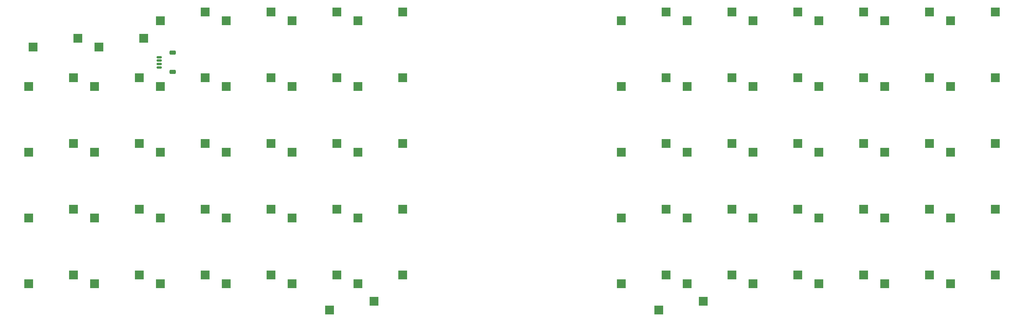
<source format=gbp>
G04 #@! TF.GenerationSoftware,KiCad,Pcbnew,(6.0.0)*
G04 #@! TF.CreationDate,2022-03-13T10:48:27+07:00*
G04 #@! TF.ProjectId,lumberjack,6c756d62-6572-46a6-9163-6b2e6b696361,1.6*
G04 #@! TF.SameCoordinates,Original*
G04 #@! TF.FileFunction,Paste,Bot*
G04 #@! TF.FilePolarity,Positive*
%FSLAX46Y46*%
G04 Gerber Fmt 4.6, Leading zero omitted, Abs format (unit mm)*
G04 Created by KiCad (PCBNEW (6.0.0)) date 2022-03-13 10:48:27*
%MOMM*%
%LPD*%
G01*
G04 APERTURE LIST*
G04 Aperture macros list*
%AMRoundRect*
0 Rectangle with rounded corners*
0 $1 Rounding radius*
0 $2 $3 $4 $5 $6 $7 $8 $9 X,Y pos of 4 corners*
0 Add a 4 corners polygon primitive as box body*
4,1,4,$2,$3,$4,$5,$6,$7,$8,$9,$2,$3,0*
0 Add four circle primitives for the rounded corners*
1,1,$1+$1,$2,$3*
1,1,$1+$1,$4,$5*
1,1,$1+$1,$6,$7*
1,1,$1+$1,$8,$9*
0 Add four rect primitives between the rounded corners*
20,1,$1+$1,$2,$3,$4,$5,0*
20,1,$1+$1,$4,$5,$6,$7,0*
20,1,$1+$1,$6,$7,$8,$9,0*
20,1,$1+$1,$8,$9,$2,$3,0*%
G04 Aperture macros list end*
%ADD10R,2.550000X2.500000*%
%ADD11RoundRect,0.150000X-0.625000X0.150000X-0.625000X-0.150000X0.625000X-0.150000X0.625000X0.150000X0*%
%ADD12RoundRect,0.249999X-0.650001X0.350001X-0.650001X-0.350001X0.650001X-0.350001X0.650001X0.350001X0*%
G04 APERTURE END LIST*
D10*
X207110168Y-143033868D03*
X194183168Y-145573868D03*
X111860088Y-143033868D03*
X98933088Y-145573868D03*
X11965016Y-80803820D03*
X24892016Y-78263820D03*
X11965016Y-99853836D03*
X24892016Y-97313836D03*
X11965016Y-118903852D03*
X24892016Y-116363852D03*
X11965016Y-137953868D03*
X24892016Y-135413868D03*
X31015032Y-137953868D03*
X43942032Y-135413868D03*
X45185032Y-66833804D03*
X32258032Y-69373804D03*
X31015032Y-80803820D03*
X43942032Y-78263820D03*
X31015032Y-99853836D03*
X43942032Y-97313836D03*
X31015032Y-118903852D03*
X43942032Y-116363852D03*
X50065048Y-118903852D03*
X62992048Y-116363852D03*
X50065048Y-137953868D03*
X62992048Y-135413868D03*
X50065048Y-99853836D03*
X62992048Y-97313836D03*
X69115064Y-99853836D03*
X82042064Y-97313836D03*
X69115064Y-118903852D03*
X82042064Y-116363852D03*
X69115064Y-137953868D03*
X82042064Y-135413868D03*
X69115064Y-61753804D03*
X82042064Y-59213804D03*
X69115064Y-80803820D03*
X82042064Y-78263820D03*
X88165080Y-80803820D03*
X101092080Y-78263820D03*
X88165080Y-99853836D03*
X101092080Y-97313836D03*
X88165080Y-118903852D03*
X101092080Y-116363852D03*
X88165080Y-137953868D03*
X101092080Y-135413868D03*
X88165080Y-61753804D03*
X101092080Y-59213804D03*
X107215096Y-61753804D03*
X120142096Y-59213804D03*
X107215096Y-80803820D03*
X120142096Y-78263820D03*
X107215096Y-99853836D03*
X120142096Y-97313836D03*
X107215096Y-118903852D03*
X120142096Y-116363852D03*
X107215096Y-137953868D03*
X120142096Y-135413868D03*
X278665240Y-61753804D03*
X291592240Y-59213804D03*
X278665240Y-80803820D03*
X291592240Y-78263820D03*
X278665240Y-99853836D03*
X291592240Y-97313836D03*
X278665240Y-118903852D03*
X291592240Y-116363852D03*
X278665240Y-137953868D03*
X291592240Y-135413868D03*
X259615224Y-137953868D03*
X272542224Y-135413868D03*
X259615224Y-61753804D03*
X272542224Y-59213804D03*
X259615224Y-80803820D03*
X272542224Y-78263820D03*
X259615224Y-99853836D03*
X272542224Y-97313836D03*
X259615224Y-118903852D03*
X272542224Y-116363852D03*
X240565208Y-118903852D03*
X253492208Y-116363852D03*
X240565208Y-137953868D03*
X253492208Y-135413868D03*
X240565208Y-61753804D03*
X253492208Y-59213804D03*
X240565208Y-80803820D03*
X253492208Y-78263820D03*
X240565208Y-99853836D03*
X253492208Y-97313836D03*
X221515192Y-99853836D03*
X234442192Y-97313836D03*
X221515192Y-118903852D03*
X234442192Y-116363852D03*
X221515192Y-137953868D03*
X234442192Y-135413868D03*
X221515192Y-61753804D03*
X234442192Y-59213804D03*
X221515192Y-80803820D03*
X234442192Y-78263820D03*
X202465176Y-80803820D03*
X215392176Y-78263820D03*
X202465176Y-99853836D03*
X215392176Y-97313836D03*
X202465176Y-118903852D03*
X215392176Y-116363852D03*
X202465176Y-137953868D03*
X215392176Y-135413868D03*
X202465176Y-61753804D03*
X215392176Y-59213804D03*
X183415160Y-61753804D03*
X196342160Y-59213804D03*
X183415160Y-80803820D03*
X196342160Y-78263820D03*
X183415160Y-99853836D03*
X196342160Y-97313836D03*
X183415160Y-118903852D03*
X196342160Y-116363852D03*
X183415160Y-137953868D03*
X196342160Y-135413868D03*
X50065048Y-61753804D03*
X62992048Y-59213804D03*
X50065048Y-80803820D03*
X62992048Y-78263820D03*
X26134968Y-66833750D03*
X13207968Y-69373750D03*
D11*
X49690000Y-72310000D03*
X49690000Y-73310000D03*
X49690000Y-74310000D03*
X49690000Y-75310000D03*
D12*
X53565000Y-71010000D03*
X53565000Y-76610000D03*
M02*

</source>
